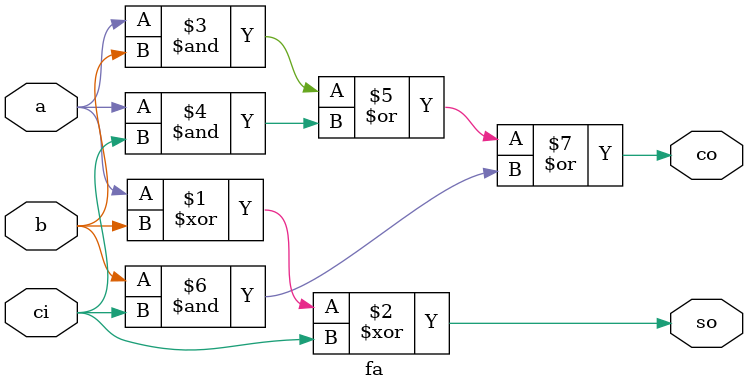
<source format=v>
module part2(Clock, Reset_b, Data, Function, ALUout);
	input [3:0] Data;
	input [2:0] Function;
	input Reset_b, Clock;
	wire [7:0] aluresult;
	output reg [7:0] ALUout;
	ALU a(.A(Data), .B(ALUout[3:0]),.Function(Function),.ALUout(aluresult),.holdValue(ALUout));
	always @(posedge Clock)
		begin
			if(Reset_b==0)
				ALUout<=8'b00000000;
			else
				ALUout<=aluresult;
		end
endmodule
				
module ALU(A, B, Function, ALUout,holdValue);
		input [3:0] A, B;
		input [2:0] Function;
		output reg [7:0] ALUout;
		input [7:0] holdValue;
		wire [4:0] sum, c1;
		fourbitadder sumab(.a(A), .b(B), .c_in(0), .s(sum), .c_out(c1));
		always @(*)
		begin
			case(Function)
				3'b000: ALUout <= {3'b000, sum[4:0]};		//from adder in l2p3
				3'b001: ALUout = A+B;		//unchanged from l3p3
				3'b010: ALUout = {B[3],B[3],B[3],B[3], B};		//unchanged from l3p3
				3'b011: ALUout = ((|A)|(|B))?(8'b00000001):(8'b00000000);//unchanged from l3p3
				3'b100: ALUout = ((&A)&(&B))?(8'b00000001):(8'b00000000);//unchanged from l3p3
				3'b101: ALUout = B<<A;
				3'b110: ALUout = A*B;
				3'b111: ALUout = holdValue;
				default: ALUout = 8'b00000000;
			endcase
		end
endmodule
				
module fourbitadder(a, b, c_in, s, c_out);
	input [3:0] a, b;
	input c_in;
	wire [4:0] c1, c2, c3;
	output [4:0] s;
	output [3:0] c_out;
	fa fa0(.a(a[0]),.b(b[0]),.ci(c_in),.so(s[0]),.co(c1));
	fa fa1(.a(a[1]),.b(b[1]),.ci(c1),.so(s[1]),.co(c2));
	fa fa2(.a(a[2]),.b(b[2]),.ci(c2),.so(s[2]),.co(c3));
	fa fa3(.a(a[3]),.b(b[3]),.ci(c3),.so(s[3]),.co(c_out[3]));
	assign s[4] = c_out[3];
	assign c_out[0] = c1;
	assign c_out[1] = c2;
	assign c_out[2] = c3;
endmodule
	
module fa(a,b,ci,so,co);
	input a,b,ci;
	output so,co;
	assign so = a^b^ci;
	assign co = ((a&b)|(a&ci)|(b&ci));
endmodule
	

</source>
